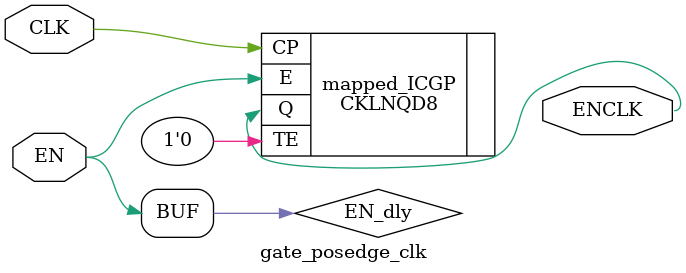
<source format=sv>
`timescale 1ns / 10ps
module gate_posedge_clk
    (output logic ENCLK,           // gated posedge clock
    input logic EN,               // clock-gating: enable clock (active high)
    input logic CLK);             // posedge clock

/* //DG: could not map correctly!? 
// Internal Variables 
logic Esync;

// UART TX Logic
always_latch  
    if (!CLK)
        Esync <= EN; 
    // always_latch

always_comb
   ENCLK = Esync & CLK;
*/
/*//DG: could not map correctly!?
always_latch  
    if (!CLK)
	if (EN)
           ENCLK <= CLK; 
    // always_latch
*/
logic EN_dly;
always @(EN) EN_dly = #1.5 EN; //DG: required to suppress timing violations
//this is clearly acceptable only if the EN is generated by the same clock we are gating

//TP: updated to 130nm gated clock latch
/*TLATNCAX8 
    mapped_ICGP(
    .ECK(ENCLK),
    .E(EN_dly),
    .CK(CLK)
    );
*/
CKLNQD8
    mapped_ICGP(
    .Q(ENCLK),
    .TE(1'b0),
    .E(EN_dly),
    .CP(CLK)
    );

endmodule


</source>
